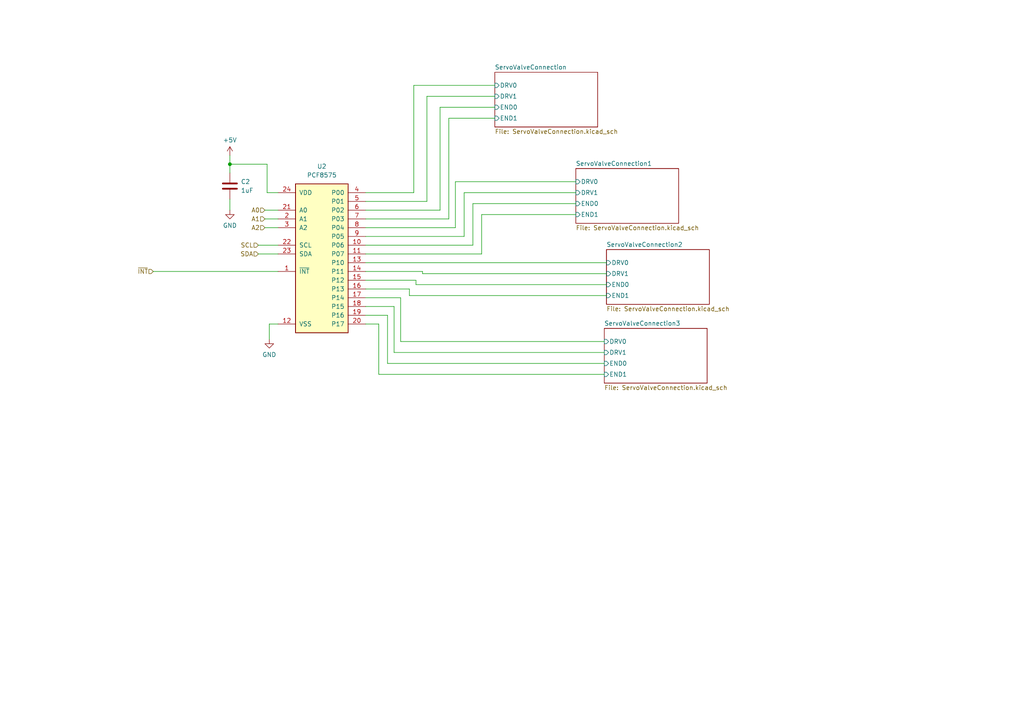
<source format=kicad_sch>
(kicad_sch (version 20230121) (generator eeschema)
  (paper "A4")
  (lib_symbols
    (symbol "Device:C" (pin_numbers hide) (pin_names (offset 0.254))
      (property "Reference" "C" (at 0.635 2.54 0))
      (property "Value" "C" (at 0.635 -2.54 0))
      (symbol "C_0_1"
        (polyline (pts (xy -2.032 -0.762) (xy 2.032 -0.762)) (stroke (width 0.508)))
        (polyline (pts (xy -2.032 0.762) (xy 2.032 0.762)) (stroke (width 0.508)))
      )
      (symbol "C_1_1"
        (pin passive line (at 0 3.81 270) (length 2.794) (name "~") (number "1"))
        (pin passive line (at 0 -3.81 90) (length 2.794) (name "~") (number "2"))
      )
    )
    (symbol "NXP:PCF8575" (pin_names (offset 1.016))
      (property "Reference" "U" (at 0 7.62 0))
      (property "Value" "PCF8575" (at 0 5.08 0))
      (symbol "PCF8575_0_1"
        (rectangle (start -7.62 2.54) (end 7.62 -40.64) (stroke (width 0.254)) (fill (type background)))
      )
      (symbol "PCF8575_1_1"
        (pin open_collector line (at -12.7 -22.86 0) (length 5.08) (name "~{INT}") (number "1"))
        (pin bidirectional line (at 12.7 -15.24 180) (length 5.08) (name "P06") (number "10"))
        (pin bidirectional line (at 12.7 -17.78 180) (length 5.08) (name "P07") (number "11"))
        (pin power_in line (at -12.7 -38.1 0) (length 5.08) (name "VSS") (number "12"))
        (pin bidirectional line (at 12.7 -20.32 180) (length 5.08) (name "P10") (number "13"))
        (pin bidirectional line (at 12.7 -22.86 180) (length 5.08) (name "P11") (number "14"))
        (pin bidirectional line (at 12.7 -25.4 180) (length 5.08) (name "P12") (number "15"))
        (pin bidirectional line (at 12.7 -27.94 180) (length 5.08) (name "P13") (number "16"))
        (pin bidirectional line (at 12.7 -30.48 180) (length 5.08) (name "P14") (number "17"))
        (pin bidirectional line (at 12.7 -33.02 180) (length 5.08) (name "P15") (number "18"))
        (pin bidirectional line (at 12.7 -35.56 180) (length 5.08) (name "P16") (number "19"))
        (pin input line (at -12.7 -7.62 0) (length 5.08) (name "A1") (number "2"))
        (pin bidirectional line (at 12.7 -38.1 180) (length 5.08) (name "P17") (number "20"))
        (pin input line (at -12.7 -5.08 0) (length 5.08) (name "A0") (number "21"))
        (pin input line (at -12.7 -15.24 0) (length 5.08) (name "SCL") (number "22"))
        (pin open_collector line (at -12.7 -17.78 0) (length 5.08) (name "SDA") (number "23"))
        (pin power_in line (at -12.7 0 0) (length 5.08) (name "VDD") (number "24"))
        (pin input line (at -12.7 -10.16 0) (length 5.08) (name "A2") (number "3"))
        (pin bidirectional line (at 12.7 0 180) (length 5.08) (name "P00") (number "4"))
        (pin bidirectional line (at 12.7 -2.54 180) (length 5.08) (name "P01") (number "5"))
        (pin bidirectional line (at 12.7 -5.08 180) (length 5.08) (name "P02") (number "6"))
        (pin bidirectional line (at 12.7 -7.62 180) (length 5.08) (name "P03") (number "7"))
        (pin bidirectional line (at 12.7 -10.16 180) (length 5.08) (name "P04") (number "8"))
        (pin bidirectional line (at 12.7 -12.7 180) (length 5.08) (name "P05") (number "9"))
      )
    )
    (symbol "power:+5V" (power) (pin_names (offset 0))
      (property "Value" "+5V" (at 0 3.556 0))
      (symbol "+5V_0_1"
        (polyline (pts (xy -0.762 1.27) (xy 0 2.54)))
        (polyline (pts (xy 0 0) (xy 0 2.54)))
        (polyline (pts (xy 0 2.54) (xy 0.762 1.27)))
      )
      (symbol "+5V_1_1"
        (pin power_in line (at 0 0 90) (length 0) hide (name "+5V") (number "1"))
      )
    )
    (symbol "power:GND" (power) (pin_names (offset 0))
      (property "Value" "GND" (at 0 -3.81 0))
      (symbol "GND_0_1"
        (polyline (pts (xy 0 0) (xy 0 -1.27) (xy 1.27 -1.27) (xy 0 -2.54) (xy -1.27 -1.27) (xy 0 -1.27)))
      )
      (symbol "GND_1_1"
        (pin power_in line (at 0 0 270) (length 0) hide (name "GND") (number "1"))
      )
    )
  )
  (junction (at 66.675 47.625))
  (wire (pts (xy 167.005 62.23) (xy 139.7 62.23)))
  (wire (pts (xy 106.045 86.36) (xy 116.205 86.36)))
  (wire (pts (xy 77.47 55.88) (xy 80.645 55.88)))
  (wire (pts (xy 106.045 71.12) (xy 137.16 71.12)))
  (wire (pts (xy 109.855 93.98) (xy 109.855 108.585)))
  (wire (pts (xy 114.3 102.235) (xy 114.3 88.9)))
  (wire (pts (xy 120.015 24.765) (xy 143.51 24.765)))
  (wire (pts (xy 175.26 102.235) (xy 114.3 102.235)))
  (wire (pts (xy 106.045 66.04) (xy 132.08 66.04)))
  (wire (pts (xy 106.045 60.96) (xy 127.635 60.96)))
  (wire (pts (xy 66.675 47.625) (xy 66.675 50.165)))
  (wire (pts (xy 118.745 83.82) (xy 118.745 85.725)))
  (wire (pts (xy 116.205 86.36) (xy 116.205 99.06)))
  (wire (pts (xy 76.835 63.5) (xy 80.645 63.5)))
  (wire (pts (xy 120.65 81.28) (xy 106.045 81.28)))
  (wire (pts (xy 106.045 78.74) (xy 122.555 78.74)))
  (wire (pts (xy 130.175 63.5) (xy 130.175 34.29)))
  (wire (pts (xy 77.47 47.625) (xy 77.47 55.88)))
  (wire (pts (xy 109.855 108.585) (xy 175.26 108.585)))
  (wire (pts (xy 106.045 91.44) (xy 112.395 91.44)))
  (wire (pts (xy 44.45 78.74) (xy 80.645 78.74)))
  (wire (pts (xy 132.08 52.705) (xy 132.08 66.04)))
  (wire (pts (xy 112.395 91.44) (xy 112.395 105.41)))
  (wire (pts (xy 106.045 93.98) (xy 109.855 93.98)))
  (wire (pts (xy 66.675 57.785) (xy 66.675 60.96)))
  (wire (pts (xy 74.93 73.66) (xy 80.645 73.66)))
  (wire (pts (xy 106.045 76.2) (xy 175.895 76.2)))
  (wire (pts (xy 106.045 55.88) (xy 120.015 55.88)))
  (wire (pts (xy 134.62 55.88) (xy 167.005 55.88)))
  (wire (pts (xy 123.825 27.94) (xy 143.51 27.94)))
  (wire (pts (xy 134.62 68.58) (xy 134.62 55.88)))
  (wire (pts (xy 127.635 31.115) (xy 143.51 31.115)))
  (wire (pts (xy 120.015 55.88) (xy 120.015 24.765)))
  (wire (pts (xy 74.93 71.12) (xy 80.645 71.12)))
  (wire (pts (xy 137.16 71.12) (xy 137.16 59.055)))
  (wire (pts (xy 66.675 47.625) (xy 77.47 47.625)))
  (wire (pts (xy 112.395 105.41) (xy 175.26 105.41)))
  (wire (pts (xy 106.045 58.42) (xy 123.825 58.42)))
  (wire (pts (xy 66.675 47.625) (xy 66.675 45.085)))
  (wire (pts (xy 76.835 66.04) (xy 80.645 66.04)))
  (wire (pts (xy 78.105 98.425) (xy 78.105 93.98)))
  (wire (pts (xy 114.3 88.9) (xy 106.045 88.9)))
  (wire (pts (xy 175.895 82.55) (xy 120.65 82.55)))
  (wire (pts (xy 76.835 60.96) (xy 80.645 60.96)))
  (wire (pts (xy 106.045 63.5) (xy 130.175 63.5)))
  (wire (pts (xy 118.745 85.725) (xy 175.895 85.725)))
  (wire (pts (xy 139.7 73.66) (xy 106.045 73.66)))
  (wire (pts (xy 137.16 59.055) (xy 167.005 59.055)))
  (wire (pts (xy 106.045 83.82) (xy 118.745 83.82)))
  (wire (pts (xy 122.555 78.74) (xy 122.555 79.375)))
  (wire (pts (xy 127.635 60.96) (xy 127.635 31.115)))
  (wire (pts (xy 130.175 34.29) (xy 143.51 34.29)))
  (wire (pts (xy 116.205 99.06) (xy 175.26 99.06)))
  (wire (pts (xy 139.7 62.23) (xy 139.7 73.66)))
  (wire (pts (xy 120.65 82.55) (xy 120.65 81.28)))
  (wire (pts (xy 132.08 52.705) (xy 167.005 52.705)))
  (wire (pts (xy 123.825 58.42) (xy 123.825 27.94)))
  (wire (pts (xy 122.555 79.375) (xy 175.895 79.375)))
  (wire (pts (xy 106.045 68.58) (xy 134.62 68.58)))
  (wire (pts (xy 78.105 93.98) (xy 80.645 93.98)))
  (hierarchical_label "A2" (shape input) (at 76.835 66.04 180))
  (hierarchical_label "SCL" (shape input) (at 74.93 71.12 180))
  (hierarchical_label "SDA" (shape input) (at 74.93 73.66 180))
  (hierarchical_label "A0" (shape input) (at 76.835 60.96 180))
  (hierarchical_label "~{INT}" (shape input) (at 44.45 78.74 180))
  (hierarchical_label "A1" (shape input) (at 76.835 63.5 180))
  (symbol (lib_id "power:+5V") (at 66.675 45.085 0) (unit 1)
    (property "Reference" "#PWR014" (effects hide))
    (property "Value" "+5V" (at 66.675 40.64 0))
  )
  (symbol (lib_id "power:GND") (at 78.105 98.425 0) (unit 1)
    (property "Reference" "#PWR016" (effects hide))
    (property "Value" "GND" (at 78.105 102.87 0))
  )
  (symbol (lib_id "NXP:PCF8575") (at 93.345 55.88 0) (unit 1)
    (property "Reference" "U2" (at 93.345 48.26 0))
    (property "Value" "PCF8575" (at 93.345 50.8 0))
    (property "Footprint" "Package_SO:TSSOP-24_4.4x7.8mm_P0.65mm" (effects hide))
    (property "Datasheet" "http://www.nxp.com/documents/data_sheet/PCF8575.pdf" (effects hide))
    (property "Manuf" "NXP" (effects hide))
    (property "MPN" "PCF8575TS/1,112" (effects hide))
    (property "BOM" "NXP PCF8575TS/1,112" (effects hide))
  )
  (symbol (lib_id "Device:C") (at 66.675 53.975 0) (unit 1)
    (property "Reference" "C2" (at 69.85 52.705 0) (effects (justify left)))
    (property "Value" "1uF" (at 69.85 55.245 0) (effects (justify left)))
    (property "Footprint" "Capacitor_SMD:C_0805_2012Metric" (effects hide))
    (instances (project "ValveServoI2C" (path "" (reference "C2") (unit 1)) (path "" (reference "C7") (unit 1)) (path "" (reference "C11") (unit 1)) (path "" (reference "C15") (unit 1)) (path "" (reference "C2") (unit 1))))
  )
  (symbol (lib_id "power:GND") (at 66.675 60.96 0) (unit 1)
    (property "Reference" "#PWR015" (effects hide))
    (property "Value" "GND" (at 66.675 65.405 0))
  )
  (sheet (at 175.26 95.25) (size 29.845 15.875) (stroke (width 0.1524))
    (property "Sheetname" "ServoValveConnection3" (at 175.26 94.5384 0) (effects (justify left bottom)))
    (property "Sheetfile" "ServoValveConnection.kicad_sch" (at 175.26 111.7096 0) (effects (justify left top)))
    (pin "DRV0" input (at 175.26 99.06 180))
    (pin "DRV1" input (at 175.26 102.235 180))
    (pin "END0" input (at 175.26 105.41 180))
    (pin "END1" input (at 175.26 108.585 180))
  )
  (sheet (at 143.51 20.955) (size 29.845 15.875) (stroke (width 0.1524))
    (property "Sheetname" "ServoValveConnection" (at 143.51 20.2434 0) (effects (justify left bottom)))
    (property "Sheetfile" "ServoValveConnection.kicad_sch" (at 143.51 37.4146 0) (effects (justify left top)))
    (pin "DRV0" input (at 143.51 24.765 180))
    (pin "DRV1" input (at 143.51 27.94 180))
    (pin "END0" input (at 143.51 31.115 180))
    (pin "END1" input (at 143.51 34.29 180))
  )
  (sheet (at 175.895 72.39) (size 29.845 15.875) (stroke (width 0.1524))
    (property "Sheetname" "ServoValveConnection2" (at 175.895 71.6784 0) (effects (justify left bottom)))
    (property "Sheetfile" "ServoValveConnection.kicad_sch" (at 175.895 88.8496 0) (effects (justify left top)))
    (pin "DRV0" input (at 175.895 76.2 180))
    (pin "DRV1" input (at 175.895 79.375 180))
    (pin "END0" input (at 175.895 82.55 180))
    (pin "END1" input (at 175.895 85.725 180))
  )
  (sheet (at 167.005 48.895) (size 29.845 15.875) (stroke (width 0.1524))
    (property "Sheetname" "ServoValveConnection1" (at 167.005 48.1834 0) (effects (justify left bottom)))
    (property "Sheetfile" "ServoValveConnection.kicad_sch" (at 167.005 65.3546 0) (effects (justify left top)))
    (pin "DRV0" input (at 167.005 52.705 180))
    (pin "DRV1" input (at 167.005 55.88 180))
    (pin "END0" input (at 167.005 59.055 180))
    (pin "END1" input (at 167.005 62.23 180))
  )
)
</source>
